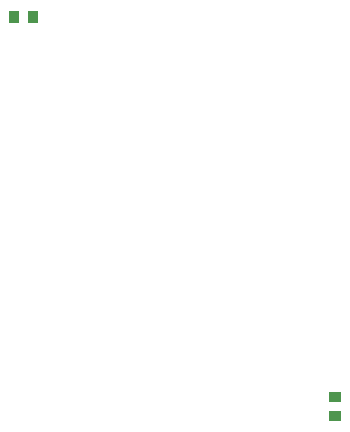
<source format=gbr>
G04 EAGLE Gerber RS-274X export*
G75*
%MOMM*%
%FSLAX34Y34*%
%LPD*%
%INSolderpaste Top*%
%IPPOS*%
%AMOC8*
5,1,8,0,0,1.08239X$1,22.5*%
G01*
%ADD10R,1.031241X0.949959*%
%ADD11R,0.949959X1.031241*%


D10*
X1092200Y112141D03*
X1092200Y96139D03*
D11*
X820039Y434340D03*
X836041Y434340D03*
M02*

</source>
